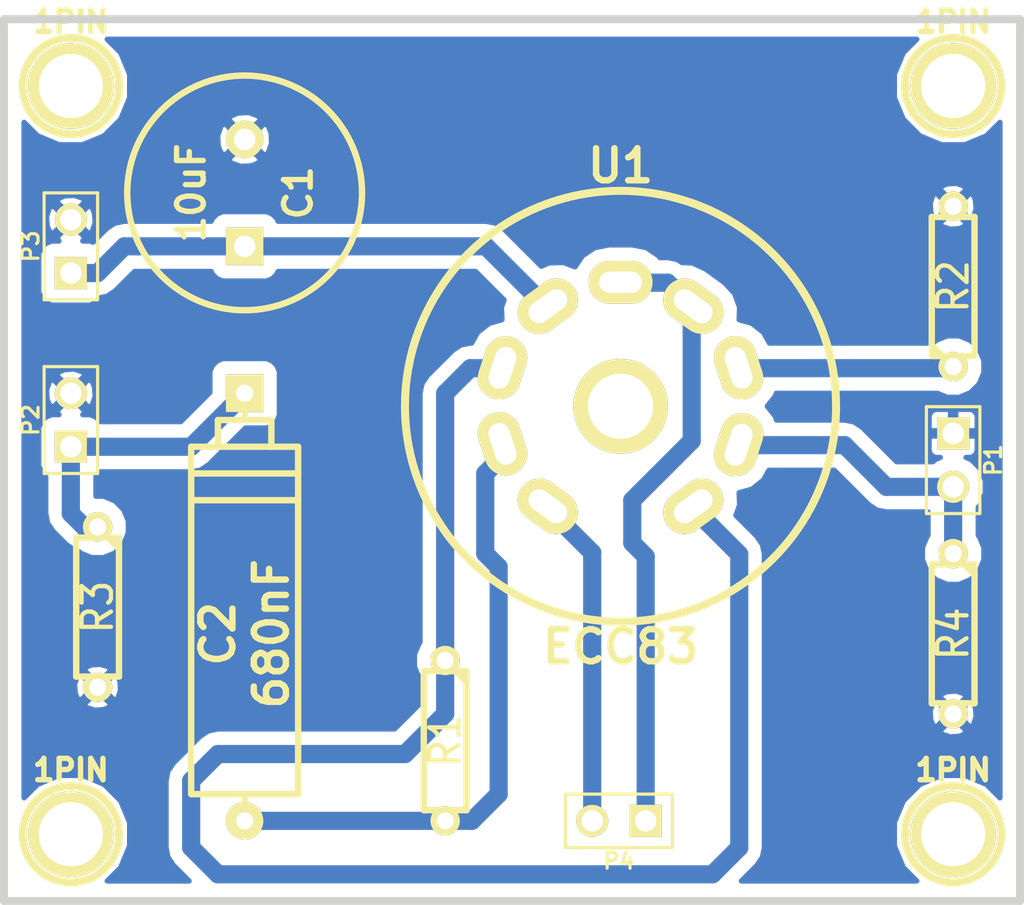
<source format=kicad_pcb>
(kicad_pcb (version 4) (host pcbnew "(2014-07-02 BZR 4969)-product")

  (general
    (links 20)
    (no_connects 0)
    (area 119.824499 90.614499 168.465501 132.905501)
    (thickness 1.6002)
    (drawings 4)
    (tracks 47)
    (zones 0)
    (modules 15)
    (nets 10)
  )

  (page A4)
  (layers
    (0 Dessus signal)
    (31 Dessous signal)
    (32 B.Adhes user)
    (33 F.Adhes user)
    (34 B.Paste user)
    (35 F.Paste user)
    (36 B.SilkS user)
    (37 F.SilkS user)
    (38 B.Mask user)
    (39 F.Mask user)
    (40 Dwgs.User user)
    (41 Cmts.User user)
    (42 Eco1.User user)
    (43 Eco2.User user)
    (44 Edge.Cuts user)
  )

  (setup
    (last_trace_width 0.8636)
    (user_trace_width 1)
    (user_trace_width 2)
    (user_trace_width 3)
    (trace_clearance 0.508)
    (zone_clearance 0.635)
    (zone_45_only no)
    (trace_min 0.154)
    (segment_width 0.381)
    (edge_width 0.381)
    (via_size 1.905)
    (via_drill 0.635)
    (via_min_size 0.889)
    (via_min_drill 0.508)
    (user_via 2 1)
    (user_via 3 2)
    (uvia_size 0.508)
    (uvia_drill 0.127)
    (uvias_allowed no)
    (uvia_min_size 0.508)
    (uvia_min_drill 0.127)
    (pcb_text_width 0.3048)
    (pcb_text_size 1.524 2.032)
    (mod_edge_width 0.381)
    (mod_text_size 1.524 1.524)
    (mod_text_width 0.3048)
    (pad_size 2.794 1.397)
    (pad_drill 1.9304)
    (pad_to_mask_clearance 0.254)
    (aux_axis_origin 0 0)
    (visible_elements 7FFFF7FF)
    (pcbplotparams
      (layerselection 0x00030_80000001)
      (usegerberextensions true)
      (excludeedgelayer true)
      (linewidth 0.150000)
      (plotframeref false)
      (viasonmask false)
      (mode 1)
      (useauxorigin false)
      (hpglpennumber 1)
      (hpglpenspeed 20)
      (hpglpendiameter 15)
      (hpglpenoverlay 2)
      (psnegative false)
      (psa4output false)
      (plotreference true)
      (plotvalue true)
      (plotinvisibletext false)
      (padsonsilk false)
      (subtractmaskfromsilk false)
      (outputformat 1)
      (mirror false)
      (drillshape 1)
      (scaleselection 1)
      (outputdirectory ""))
  )

  (net 0 "")
  (net 1 GND)
  (net 2 "Net-(C1-Pad1)")
  (net 3 "Net-(C2-Pad1)")
  (net 4 "Net-(C2-Pad2)")
  (net 5 "Net-(P1-Pad2)")
  (net 6 "Net-(P4-Pad1)")
  (net 7 "Net-(P4-Pad2)")
  (net 8 "Net-(R1-Pad1)")
  (net 9 "Net-(R2-Pad1)")

  (net_class Default "Ceci est la Netclass par défaut"
    (clearance 0.508)
    (trace_width 0.8636)
    (via_dia 1.905)
    (via_drill 0.635)
    (uvia_dia 0.508)
    (uvia_drill 0.127)
    (add_net GND)
    (add_net N-000007)
    (add_net "Net-(C1-Pad1)")
    (add_net "Net-(C2-Pad1)")
    (add_net "Net-(C2-Pad2)")
    (add_net "Net-(P1-Pad2)")
    (add_net "Net-(P4-Pad1)")
    (add_net "Net-(P4-Pad2)")
    (add_net "Net-(R1-Pad1)")
    (add_net "Net-(R2-Pad1)")
  )

  (module C2V10 (layer Dessus) (tedit 41854742) (tstamp 4549F4BE)
    (at 131.445 99.06 90)
    (descr "Condensateur polarise")
    (tags CP)
    (path /4549F4BE)
    (fp_text reference C1 (at 0 2.54 90) (layer F.SilkS)
      (effects (font (size 1.27 1.27) (thickness 0.254)))
    )
    (fp_text value 10uF (at 0 -2.54 90) (layer F.SilkS)
      (effects (font (size 1.27 1.27) (thickness 0.254)))
    )
    (fp_circle (center 0 0) (end 4.826 -2.794) (layer F.SilkS) (width 0.3048))
    (pad 1 thru_hole rect (at -2.54 0 90) (size 1.778 1.778) (drill 1.016) (layers *.Cu *.Mask F.SilkS)
      (net 2 "Net-(C1-Pad1)"))
    (pad 2 thru_hole circle (at 2.54 0 90) (size 1.778 1.778) (drill 1.016) (layers *.Cu *.Mask F.SilkS)
      (net 1 GND))
    (model discret/c_vert_c2v10.wrl
      (at (xyz 0 0 0))
      (scale (xyz 1 1 1))
      (rotate (xyz 0 0 0))
    )
  )

  (module R3 (layer Dessus) (tedit 200000) (tstamp 4549F38A)
    (at 140.97 125.095 270)
    (descr "Resitance 3 pas")
    (tags R)
    (path /4549F38A)
    (autoplace_cost180 10)
    (fp_text reference R1 (at 0 0 270) (layer F.SilkS)
      (effects (font (size 1.397 1.27) (thickness 0.2032)))
    )
    (fp_text value 1.5K (at 0 0 270) (layer F.SilkS) hide
      (effects (font (size 1.397 1.27) (thickness 0.2032)))
    )
    (fp_line (start -3.81 0) (end -3.302 0) (layer F.SilkS) (width 0.3048))
    (fp_line (start 3.81 0) (end 3.302 0) (layer F.SilkS) (width 0.3048))
    (fp_line (start 3.302 0) (end 3.302 -1.016) (layer F.SilkS) (width 0.3048))
    (fp_line (start 3.302 -1.016) (end -3.302 -1.016) (layer F.SilkS) (width 0.3048))
    (fp_line (start -3.302 -1.016) (end -3.302 1.016) (layer F.SilkS) (width 0.3048))
    (fp_line (start -3.302 1.016) (end 3.302 1.016) (layer F.SilkS) (width 0.3048))
    (fp_line (start 3.302 1.016) (end 3.302 0) (layer F.SilkS) (width 0.3048))
    (fp_line (start -3.302 -0.508) (end -2.794 -1.016) (layer F.SilkS) (width 0.3048))
    (pad 1 thru_hole circle (at -3.81 0 270) (size 1.397 1.397) (drill 0.8128) (layers *.Cu *.Mask F.SilkS)
      (net 8 "Net-(R1-Pad1)"))
    (pad 2 thru_hole circle (at 3.81 0 270) (size 1.397 1.397) (drill 0.8128) (layers *.Cu *.Mask F.SilkS)
      (net 4 "Net-(C2-Pad2)"))
    (model discret/resistor.wrl
      (at (xyz 0 0 0))
      (scale (xyz 0.3 0.3 0.3))
      (rotate (xyz 0 0 0))
    )
  )

  (module R3 (layer Dessus) (tedit 200000) (tstamp 4549F3AD)
    (at 124.46 118.745 270)
    (descr "Resitance 3 pas")
    (tags R)
    (path /4549F3AD)
    (autoplace_cost180 10)
    (fp_text reference R3 (at 0 0 270) (layer F.SilkS)
      (effects (font (size 1.397 1.27) (thickness 0.2032)))
    )
    (fp_text value 100K (at 0 0 270) (layer F.SilkS) hide
      (effects (font (size 1.397 1.27) (thickness 0.2032)))
    )
    (fp_line (start -3.81 0) (end -3.302 0) (layer F.SilkS) (width 0.3048))
    (fp_line (start 3.81 0) (end 3.302 0) (layer F.SilkS) (width 0.3048))
    (fp_line (start 3.302 0) (end 3.302 -1.016) (layer F.SilkS) (width 0.3048))
    (fp_line (start 3.302 -1.016) (end -3.302 -1.016) (layer F.SilkS) (width 0.3048))
    (fp_line (start -3.302 -1.016) (end -3.302 1.016) (layer F.SilkS) (width 0.3048))
    (fp_line (start -3.302 1.016) (end 3.302 1.016) (layer F.SilkS) (width 0.3048))
    (fp_line (start 3.302 1.016) (end 3.302 0) (layer F.SilkS) (width 0.3048))
    (fp_line (start -3.302 -0.508) (end -2.794 -1.016) (layer F.SilkS) (width 0.3048))
    (pad 1 thru_hole circle (at -3.81 0 270) (size 1.397 1.397) (drill 0.8128) (layers *.Cu *.Mask F.SilkS)
      (net 3 "Net-(C2-Pad1)"))
    (pad 2 thru_hole circle (at 3.81 0 270) (size 1.397 1.397) (drill 0.8128) (layers *.Cu *.Mask F.SilkS)
      (net 1 GND))
    (model discret/resistor.wrl
      (at (xyz 0 0 0))
      (scale (xyz 0.3 0.3 0.3))
      (rotate (xyz 0 0 0))
    )
  )

  (module R3 (layer Dessus) (tedit 200000) (tstamp 4549F3A2)
    (at 165.1 120.015 270)
    (descr "Resitance 3 pas")
    (tags R)
    (path /4549F3A2)
    (autoplace_cost180 10)
    (fp_text reference R4 (at 0 0 270) (layer F.SilkS)
      (effects (font (size 1.397 1.27) (thickness 0.2032)))
    )
    (fp_text value 47K (at 0 0 270) (layer F.SilkS) hide
      (effects (font (size 1.397 1.27) (thickness 0.2032)))
    )
    (fp_line (start -3.81 0) (end -3.302 0) (layer F.SilkS) (width 0.3048))
    (fp_line (start 3.81 0) (end 3.302 0) (layer F.SilkS) (width 0.3048))
    (fp_line (start 3.302 0) (end 3.302 -1.016) (layer F.SilkS) (width 0.3048))
    (fp_line (start 3.302 -1.016) (end -3.302 -1.016) (layer F.SilkS) (width 0.3048))
    (fp_line (start -3.302 -1.016) (end -3.302 1.016) (layer F.SilkS) (width 0.3048))
    (fp_line (start -3.302 1.016) (end 3.302 1.016) (layer F.SilkS) (width 0.3048))
    (fp_line (start 3.302 1.016) (end 3.302 0) (layer F.SilkS) (width 0.3048))
    (fp_line (start -3.302 -0.508) (end -2.794 -1.016) (layer F.SilkS) (width 0.3048))
    (pad 1 thru_hole circle (at -3.81 0 270) (size 1.397 1.397) (drill 0.8128) (layers *.Cu *.Mask F.SilkS)
      (net 5 "Net-(P1-Pad2)"))
    (pad 2 thru_hole circle (at 3.81 0 270) (size 1.397 1.397) (drill 0.8128) (layers *.Cu *.Mask F.SilkS)
      (net 1 GND))
    (model discret/resistor.wrl
      (at (xyz 0 0 0))
      (scale (xyz 0.3 0.3 0.3))
      (rotate (xyz 0 0 0))
    )
  )

  (module R3 (layer Dessus) (tedit 200000) (tstamp 4549F39D)
    (at 165.1 103.505 90)
    (descr "Resitance 3 pas")
    (tags R)
    (path /4549F39D)
    (autoplace_cost180 10)
    (fp_text reference R2 (at 0 0 90) (layer F.SilkS)
      (effects (font (size 1.397 1.27) (thickness 0.2032)))
    )
    (fp_text value 1.5K (at 0 0 90) (layer F.SilkS) hide
      (effects (font (size 1.397 1.27) (thickness 0.2032)))
    )
    (fp_line (start -3.81 0) (end -3.302 0) (layer F.SilkS) (width 0.3048))
    (fp_line (start 3.81 0) (end 3.302 0) (layer F.SilkS) (width 0.3048))
    (fp_line (start 3.302 0) (end 3.302 -1.016) (layer F.SilkS) (width 0.3048))
    (fp_line (start 3.302 -1.016) (end -3.302 -1.016) (layer F.SilkS) (width 0.3048))
    (fp_line (start -3.302 -1.016) (end -3.302 1.016) (layer F.SilkS) (width 0.3048))
    (fp_line (start -3.302 1.016) (end 3.302 1.016) (layer F.SilkS) (width 0.3048))
    (fp_line (start 3.302 1.016) (end 3.302 0) (layer F.SilkS) (width 0.3048))
    (fp_line (start -3.302 -0.508) (end -2.794 -1.016) (layer F.SilkS) (width 0.3048))
    (pad 1 thru_hole circle (at -3.81 0 90) (size 1.397 1.397) (drill 0.8128) (layers *.Cu *.Mask F.SilkS)
      (net 9 "Net-(R2-Pad1)"))
    (pad 2 thru_hole circle (at 3.81 0 90) (size 1.397 1.397) (drill 0.8128) (layers *.Cu *.Mask F.SilkS)
      (net 1 GND))
    (model discret/resistor.wrl
      (at (xyz 0 0 0))
      (scale (xyz 0.3 0.3 0.3))
      (rotate (xyz 0 0 0))
    )
  )

  (module 1pin (layer Dessus) (tedit 200000) (tstamp 454CC08A)
    (at 123.19 93.98)
    (descr "module 1 pin (ou trou mecanique de percage)")
    (tags DEV)
    (fp_text reference 1PIN (at 0 -3.048) (layer F.SilkS)
      (effects (font (size 1.016 1.016) (thickness 0.254)))
    )
    (fp_text value P*** (at 0 2.794) (layer F.SilkS) hide
      (effects (font (size 1.016 1.016) (thickness 0.254)))
    )
    (fp_circle (center 0 0) (end 0 -2.286) (layer F.SilkS) (width 0.381))
    (pad 1 thru_hole circle (at 0 0) (size 4.064 4.064) (drill 3.048) (layers *.Cu *.Mask F.SilkS))
  )

  (module 1pin (layer Dessus) (tedit 200000) (tstamp 454CC090)
    (at 165.1 93.98)
    (descr "module 1 pin (ou trou mecanique de percage)")
    (tags DEV)
    (fp_text reference 1PIN (at 0 -3.048) (layer F.SilkS)
      (effects (font (size 1.016 1.016) (thickness 0.254)))
    )
    (fp_text value GND (at 0 2.794) (layer F.SilkS) hide
      (effects (font (size 1.016 1.016) (thickness 0.254)))
    )
    (fp_circle (center 0 0) (end 0 -2.286) (layer F.SilkS) (width 0.381))
    (pad 1 thru_hole circle (at 0 0) (size 4.064 4.064) (drill 3.048) (layers *.Cu *.Mask F.SilkS))
  )

  (module 1pin (layer Dessus) (tedit 200000) (tstamp 454CC096)
    (at 165.1 129.54)
    (descr "module 1 pin (ou trou mecanique de percage)")
    (tags DEV)
    (fp_text reference 1PIN (at 0 -3.048) (layer F.SilkS)
      (effects (font (size 1.016 1.016) (thickness 0.254)))
    )
    (fp_text value P*** (at 0 2.794) (layer F.SilkS) hide
      (effects (font (size 1.016 1.016) (thickness 0.254)))
    )
    (fp_circle (center 0 0) (end 0 -2.286) (layer F.SilkS) (width 0.381))
    (pad 1 thru_hole circle (at 0 0) (size 4.064 4.064) (drill 3.048) (layers *.Cu *.Mask F.SilkS))
  )

  (module 1pin (layer Dessus) (tedit 200000) (tstamp 454CC09B)
    (at 123.19 129.54)
    (descr "module 1 pin (ou trou mecanique de percage)")
    (tags DEV)
    (fp_text reference 1PIN (at 0 -3.048) (layer F.SilkS)
      (effects (font (size 1.016 1.016) (thickness 0.254)))
    )
    (fp_text value P*** (at 0 2.794) (layer F.SilkS) hide
      (effects (font (size 1.016 1.016) (thickness 0.254)))
    )
    (fp_circle (center 0 0) (end 0 -2.286) (layer F.SilkS) (width 0.381))
    (pad 1 thru_hole circle (at 0 0) (size 4.064 4.064) (drill 3.048) (layers *.Cu *.Mask F.SilkS))
  )

  (module CP8 (layer Dessus) (tedit 200000) (tstamp 4549F3BE)
    (at 131.445 118.745 270)
    (descr "Condensateur polarise")
    (tags CP)
    (path /4549F3BE)
    (fp_text reference C2 (at 1.27 1.27 270) (layer F.SilkS)
      (effects (font (thickness 0.3048)))
    )
    (fp_text value 680nF (at 1.27 -1.27 270) (layer F.SilkS)
      (effects (font (thickness 0.3048)))
    )
    (fp_line (start -10.16 0) (end -8.89 0) (layer F.SilkS) (width 0.3048))
    (fp_line (start -7.62 1.27) (end -8.89 1.27) (layer F.SilkS) (width 0.3048))
    (fp_line (start -8.89 1.27) (end -8.89 -1.27) (layer F.SilkS) (width 0.3048))
    (fp_line (start -8.89 -1.27) (end -7.62 -1.27) (layer F.SilkS) (width 0.3048))
    (fp_line (start -7.62 2.54) (end -7.62 -2.54) (layer F.SilkS) (width 0.3048))
    (fp_line (start -7.62 -2.54) (end 8.89 -2.54) (layer F.SilkS) (width 0.3048))
    (fp_line (start 8.89 -2.54) (end 8.89 2.54) (layer F.SilkS) (width 0.3048))
    (fp_line (start 8.89 2.54) (end -7.62 2.54) (layer F.SilkS) (width 0.3048))
    (fp_line (start 8.89 0) (end 10.16 0) (layer F.SilkS) (width 0.3048))
    (fp_line (start -5.08 -2.54) (end -5.08 2.54) (layer F.SilkS) (width 0.3048))
    (fp_line (start -6.35 2.54) (end -6.35 -2.54) (layer F.SilkS) (width 0.3048))
    (pad 1 thru_hole rect (at -10.16 0 270) (size 1.778 1.778) (drill 0.8128) (layers *.Cu *.Mask F.SilkS)
      (net 3 "Net-(C2-Pad1)"))
    (pad 2 thru_hole circle (at 10.16 0 270) (size 1.778 1.778) (drill 0.8128) (layers *.Cu *.Mask F.SilkS)
      (net 4 "Net-(C2-Pad2)"))
    (model discret/c_pol.wrl
      (at (xyz 0 0 0))
      (scale (xyz 0.8 0.8 0.8))
      (rotate (xyz 0 0 0))
    )
  )

  (module ECC-83-2 (layer Dessus) (tedit 46F8A1CF) (tstamp 454A08DD)
    (at 149.3 109.2)
    (path /48B4F266)
    (fp_text reference U1 (at 0 -11.43) (layer F.SilkS)
      (effects (font (thickness 0.3048)))
    )
    (fp_text value ECC83 (at 0 11.43) (layer F.SilkS)
      (effects (font (thickness 0.3048)))
    )
    (fp_circle (center 0 0) (end 10.16 1.27) (layer F.SilkS) (width 0.381))
    (pad 1 thru_hole oval (at 3.4544 4.75488 306) (size 2.032 3.048) (drill oval 1.016 2.032) (layers *.Cu *.Mask F.SilkS)
      (net 8 "Net-(R1-Pad1)"))
    (pad 2 thru_hole oval (at 5.60832 1.8288 342) (size 2.032 3.048) (drill oval 1.016 2.032) (layers *.Cu *.Mask F.SilkS)
      (net 5 "Net-(P1-Pad2)"))
    (pad 3 thru_hole oval (at 5.60832 -1.8288 18) (size 2.032 3.048) (drill oval 1.016 2.032) (layers *.Cu *.Mask F.SilkS)
      (net 9 "Net-(R2-Pad1)"))
    (pad 4 thru_hole oval (at 3.4544 -4.75488 54) (size 2.032 3.048) (drill oval 1.016 2.032) (layers *.Cu *.Mask F.SilkS)
      (net 6 "Net-(P4-Pad1)"))
    (pad 5 thru_hole oval (at 0 -5.8928 90) (size 2.032 3.048) (drill oval 1.016 2.032) (layers *.Cu *.Mask F.SilkS)
      (net 6 "Net-(P4-Pad1)"))
    (pad 6 thru_hole oval (at -3.4544 -4.75488 306) (size 2.032 3.048) (drill oval 1.016 2.032) (layers *.Cu *.Mask F.SilkS)
      (net 2 "Net-(C1-Pad1)"))
    (pad 7 thru_hole oval (at -5.60832 -1.8288 342) (size 2.032 3.048) (drill oval 1.016 2.032) (layers *.Cu *.Mask F.SilkS)
      (net 8 "Net-(R1-Pad1)"))
    (pad 8 thru_hole oval (at -5.60832 1.78816 18) (size 2.032 3.048) (drill oval 1.016 2.032) (layers *.Cu *.Mask F.SilkS)
      (net 4 "Net-(C2-Pad2)"))
    (pad 9 thru_hole oval (at -3.4544 4.75488 54) (size 2.032 3.048) (drill oval 1.016 2.032) (layers *.Cu *.Mask F.SilkS)
      (net 7 "Net-(P4-Pad2)"))
    (pad 10 thru_hole circle (at 0 0) (size 4.50088 4.50088) (drill 3.0988) (layers *.Cu *.Mask F.SilkS))
    (model valves/ecc83.wrl
      (at (xyz 0 0 0))
      (scale (xyz 1 1 1))
      (rotate (xyz 0 0 0))
    )
  )

  (module PIN_ARRAY_2X1 (layer Dessus) (tedit 4565C520) (tstamp 456A8ACC)
    (at 149.225 128.905 180)
    (descr "Connecteurs 2 pins")
    (tags "CONN DEV")
    (path /456A8ACC)
    (fp_text reference P4 (at 0 -1.905 180) (layer F.SilkS)
      (effects (font (size 0.762 0.762) (thickness 0.1524)))
    )
    (fp_text value CONN_2 (at 0 -1.905 180) (layer F.SilkS) hide
      (effects (font (size 0.762 0.762) (thickness 0.1524)))
    )
    (fp_line (start -2.54 1.27) (end -2.54 -1.27) (layer F.SilkS) (width 0.1524))
    (fp_line (start -2.54 -1.27) (end 2.54 -1.27) (layer F.SilkS) (width 0.1524))
    (fp_line (start 2.54 -1.27) (end 2.54 1.27) (layer F.SilkS) (width 0.1524))
    (fp_line (start 2.54 1.27) (end -2.54 1.27) (layer F.SilkS) (width 0.1524))
    (pad 1 thru_hole rect (at -1.27 0 180) (size 1.524 1.524) (drill 1.016) (layers *.Cu *.Mask F.SilkS)
      (net 6 "Net-(P4-Pad1)"))
    (pad 2 thru_hole circle (at 1.27 0 180) (size 1.524 1.524) (drill 1.016) (layers *.Cu *.Mask F.SilkS)
      (net 7 "Net-(P4-Pad2)"))
    (model pin_array/pins_array_2x1.wrl
      (at (xyz 0 0 0))
      (scale (xyz 1 1 1))
      (rotate (xyz 0 0 0))
    )
  )

  (module PIN_ARRAY_2X1 (layer Dessus) (tedit 4565C520) (tstamp 4549F46C)
    (at 123.19 109.855 90)
    (descr "Connecteurs 2 pins")
    (tags "CONN DEV")
    (path /4549F46C)
    (fp_text reference P2 (at 0 -1.905 90) (layer F.SilkS)
      (effects (font (size 0.762 0.762) (thickness 0.1524)))
    )
    (fp_text value OUT (at 0 -1.905 90) (layer F.SilkS) hide
      (effects (font (size 0.762 0.762) (thickness 0.1524)))
    )
    (fp_line (start -2.54 1.27) (end -2.54 -1.27) (layer F.SilkS) (width 0.1524))
    (fp_line (start -2.54 -1.27) (end 2.54 -1.27) (layer F.SilkS) (width 0.1524))
    (fp_line (start 2.54 -1.27) (end 2.54 1.27) (layer F.SilkS) (width 0.1524))
    (fp_line (start 2.54 1.27) (end -2.54 1.27) (layer F.SilkS) (width 0.1524))
    (pad 1 thru_hole rect (at -1.27 0 90) (size 1.524 1.524) (drill 1.016) (layers *.Cu *.Mask F.SilkS)
      (net 3 "Net-(C2-Pad1)"))
    (pad 2 thru_hole circle (at 1.27 0 90) (size 1.524 1.524) (drill 1.016) (layers *.Cu *.Mask F.SilkS)
      (net 1 GND))
    (model pin_array/pins_array_2x1.wrl
      (at (xyz 0 0 0))
      (scale (xyz 1 1 1))
      (rotate (xyz 0 0 0))
    )
  )

  (module PIN_ARRAY_2X1 (layer Dessus) (tedit 4565C520) (tstamp 4549F464)
    (at 165.1 111.76 270)
    (descr "Connecteurs 2 pins")
    (tags "CONN DEV")
    (path /4549F464)
    (fp_text reference P1 (at 0 -1.905 270) (layer F.SilkS)
      (effects (font (size 0.762 0.762) (thickness 0.1524)))
    )
    (fp_text value IN (at 0 -1.905 270) (layer F.SilkS) hide
      (effects (font (size 0.762 0.762) (thickness 0.1524)))
    )
    (fp_line (start -2.54 1.27) (end -2.54 -1.27) (layer F.SilkS) (width 0.1524))
    (fp_line (start -2.54 -1.27) (end 2.54 -1.27) (layer F.SilkS) (width 0.1524))
    (fp_line (start 2.54 -1.27) (end 2.54 1.27) (layer F.SilkS) (width 0.1524))
    (fp_line (start 2.54 1.27) (end -2.54 1.27) (layer F.SilkS) (width 0.1524))
    (pad 1 thru_hole rect (at -1.27 0 270) (size 1.524 1.524) (drill 1.016) (layers *.Cu *.Mask F.SilkS)
      (net 1 GND))
    (pad 2 thru_hole circle (at 1.27 0 270) (size 1.524 1.524) (drill 1.016) (layers *.Cu *.Mask F.SilkS)
      (net 5 "Net-(P1-Pad2)"))
    (model pin_array/pins_array_2x1.wrl
      (at (xyz 0 0 0))
      (scale (xyz 1 1 1))
      (rotate (xyz 0 0 0))
    )
  )

  (module PIN_ARRAY_2X1 (layer Dessus) (tedit 4565C520) (tstamp 4549F4A5)
    (at 123.19 101.6 90)
    (descr "Connecteurs 2 pins")
    (tags "CONN DEV")
    (path /4549F4A5)
    (fp_text reference P3 (at 0 -1.905 90) (layer F.SilkS)
      (effects (font (size 0.762 0.762) (thickness 0.1524)))
    )
    (fp_text value POWER (at 0 -1.905 90) (layer F.SilkS) hide
      (effects (font (size 0.762 0.762) (thickness 0.1524)))
    )
    (fp_line (start -2.54 1.27) (end -2.54 -1.27) (layer F.SilkS) (width 0.1524))
    (fp_line (start -2.54 -1.27) (end 2.54 -1.27) (layer F.SilkS) (width 0.1524))
    (fp_line (start 2.54 -1.27) (end 2.54 1.27) (layer F.SilkS) (width 0.1524))
    (fp_line (start 2.54 1.27) (end -2.54 1.27) (layer F.SilkS) (width 0.1524))
    (pad 1 thru_hole rect (at -1.27 0 90) (size 1.524 1.524) (drill 1.016) (layers *.Cu *.Mask F.SilkS)
      (net 2 "Net-(C1-Pad1)"))
    (pad 2 thru_hole circle (at 1.27 0 90) (size 1.524 1.524) (drill 1.016) (layers *.Cu *.Mask F.SilkS)
      (net 1 GND))
    (model pin_array/pins_array_2x1.wrl
      (at (xyz 0 0 0))
      (scale (xyz 1 1 1))
      (rotate (xyz 0 0 0))
    )
  )

  (gr_line (start 168.275 132.715) (end 120.015 132.715) (angle 90) (layer Edge.Cuts) (width 0.381))
  (gr_line (start 168.275 90.805) (end 120.015 90.805) (angle 90) (layer Edge.Cuts) (width 0.381))
  (gr_line (start 168.275 90.805) (end 168.275 132.715) (angle 90) (layer Edge.Cuts) (width 0.381))
  (gr_line (start 120.015 90.805) (end 120.015 132.715) (angle 90) (layer Edge.Cuts) (width 0.381))

  (segment (start 165.1 123.825) (end 165.354 123.825) (width 0.8636) (layer Dessous) (net 1))
  (segment (start 124.46 102.87) (end 125.73 101.6) (width 0.8636) (layer Dessous) (net 2))
  (segment (start 131.445 101.6) (end 142.90548 101.6) (width 0.8636) (layer Dessous) (net 2) (status 800))
  (segment (start 142.90548 101.6) (end 145.7706 104.46512) (width 0.8636) (layer Dessous) (net 2) (status 400))
  (segment (start 123.19 102.87) (end 124.46 102.87) (width 0.8636) (layer Dessous) (net 2) (status 800))
  (segment (start 125.73 101.6) (end 131.445 101.6) (width 0.8636) (layer Dessous) (net 2) (status 400))
  (segment (start 128.905 111.125) (end 123.19 111.125) (width 0.8636) (layer Dessous) (net 3) (status 400))
  (segment (start 131.445 108.585) (end 128.905 111.125) (width 0.8636) (layer Dessous) (net 3) (status 800))
  (segment (start 123.825 114.935) (end 123.19 114.3) (width 0.8636) (layer Dessous) (net 3))
  (segment (start 123.19 114.3) (end 123.19 111.125) (width 0.8636) (layer Dessous) (net 3))
  (segment (start 124.46 114.935) (end 123.825 114.935) (width 0.8636) (layer Dessous) (net 3))
  (segment (start 131.445 128.905) (end 140.97 128.905) (width 0.8636) (layer Dessous) (net 4) (status C00))
  (segment (start 143.61668 111.00816) (end 143.61668 111.65332) (width 0.8636) (layer Dessous) (net 4) (status 800))
  (segment (start 143.51 127.635) (end 143.51 116.84) (width 0.8636) (layer Dessous) (net 4))
  (segment (start 142.24 128.905) (end 143.51 127.635) (width 0.8636) (layer Dessous) (net 4))
  (segment (start 140.97 128.905) (end 142.24 128.905) (width 0.8636) (layer Dessous) (net 4) (status 800))
  (segment (start 143.61668 111.65332) (end 142.875 112.395) (width 0.8636) (layer Dessous) (net 4))
  (segment (start 142.875 112.395) (end 142.875 116.205) (width 0.8636) (layer Dessous) (net 4))
  (segment (start 142.875 116.205) (end 143.51 116.84) (width 0.8636) (layer Dessous) (net 4))
  (segment (start 154.83332 111.0488) (end 159.9438 111.0488) (width 0.8636) (layer Dessous) (net 5) (status 800))
  (segment (start 165.1 113.03) (end 165.1 116.205) (width 0.8636) (layer Dessous) (net 5) (status C00))
  (segment (start 159.9438 111.0488) (end 161.925 113.03) (width 0.8636) (layer Dessous) (net 5))
  (segment (start 161.925 113.03) (end 165.1 113.03) (width 0.8636) (layer Dessous) (net 5) (status 400))
  (segment (start 150.495 128.905) (end 150.495 116.332) (width 0.8636) (layer Dessous) (net 6) (status 800))
  (segment (start 152.6794 104.46512) (end 152.6794 110.8456) (width 0.8636) (layer Dessous) (net 6) (status 800))
  (segment (start 151.54148 103.3272) (end 152.6794 104.46512) (width 0.8636) (layer Dessous) (net 6) (status 400))
  (segment (start 149.225 103.3272) (end 151.54148 103.3272) (width 0.8636) (layer Dessous) (net 6))
  (segment (start 149.86 113.665) (end 149.86 115.697) (width 0.8636) (layer Dessous) (net 6))
  (segment (start 149.86 115.697) (end 150.495 116.332) (width 0.8636) (layer Dessous) (net 6))
  (segment (start 152.6794 110.8456) (end 149.86 113.665) (width 0.8636) (layer Dessous) (net 6))
  (segment (start 147.955 116.15928) (end 145.7706 113.97488) (width 0.8636) (layer Dessous) (net 7) (status 400))
  (segment (start 147.955 128.905) (end 147.955 116.15928) (width 0.8636) (layer Dessous) (net 7) (status 800))
  (segment (start 140.97 123.825) (end 139.065 125.73) (width 0.8636) (layer Dessous) (net 8))
  (segment (start 139.065 125.73) (end 130.175 125.73) (width 0.8636) (layer Dessous) (net 8))
  (segment (start 130.175 125.73) (end 128.905 127) (width 0.8636) (layer Dessous) (net 8))
  (segment (start 143.61668 107.3912) (end 142.1638 107.3912) (width 0.8636) (layer Dessous) (net 8) (status 800))
  (segment (start 140.97 108.585) (end 140.97 121.285) (width 0.8636) (layer Dessous) (net 8) (status 400))
  (segment (start 142.1638 107.3912) (end 140.97 108.585) (width 0.8636) (layer Dessous) (net 8))
  (segment (start 140.97 121.285) (end 140.97 123.825) (width 0.8636) (layer Dessous) (net 8) (status 800))
  (segment (start 154.94 116.23548) (end 152.6794 113.97488) (width 0.8636) (layer Dessous) (net 8) (status 400))
  (segment (start 154.94 130.175) (end 154.94 116.23548) (width 0.8636) (layer Dessous) (net 8))
  (segment (start 128.905 127) (end 128.905 130.175) (width 0.8636) (layer Dessous) (net 8))
  (segment (start 128.905 130.175) (end 130.175 131.445) (width 0.8636) (layer Dessous) (net 8))
  (segment (start 130.175 131.445) (end 153.67 131.445) (width 0.8636) (layer Dessous) (net 8))
  (segment (start 153.67 131.445) (end 154.94 130.175) (width 0.8636) (layer Dessous) (net 8))
  (segment (start 165.0238 107.3912) (end 165.1 107.315) (width 0.8636) (layer Dessous) (net 9) (status 400))
  (segment (start 154.83332 107.3912) (end 165.0238 107.3912) (width 0.8636) (layer Dessous) (net 9) (status 800))

  (zone (net 1) (net_name GND) (layer Dessous) (tstamp 4EED96A1) (hatch edge 0.508)
    (connect_pads (clearance 0.635))
    (min_thickness 0.254)
    (fill yes (arc_segments 16) (thermal_gap 0.254) (thermal_bridge_width 0.50038))
    (polygon
      (pts
        (xy 167.64 132.08) (xy 167.64 91.44) (xy 120.65 91.44) (xy 120.65 132.08)
      )
    )
    (filled_polygon
      (pts
        (xy 167.3225 127.811617) (xy 166.68474 127.172743) (xy 166.192271 126.968252) (xy 166.192271 123.96054) (xy 166.160996 123.532229)
        (xy 166.057258 123.281783) (xy 165.892676 123.206541) (xy 165.718459 123.380758) (xy 165.718459 123.032324) (xy 165.643217 122.867742)
        (xy 165.23554 122.732729) (xy 164.807229 122.764004) (xy 164.556783 122.867742) (xy 164.481541 123.032324) (xy 165.1 123.650783)
        (xy 165.718459 123.032324) (xy 165.718459 123.380758) (xy 165.274217 123.825) (xy 165.892676 124.443459) (xy 166.057258 124.368217)
        (xy 166.192271 123.96054) (xy 166.192271 126.968252) (xy 165.718459 126.771508) (xy 165.718459 124.617676) (xy 165.1 123.999217)
        (xy 164.925783 124.173434) (xy 164.925783 123.825) (xy 164.307324 123.206541) (xy 164.142742 123.281783) (xy 164.007729 123.68946)
        (xy 164.039004 124.117771) (xy 164.142742 124.368217) (xy 164.307324 124.443459) (xy 164.925783 123.825) (xy 164.925783 124.173434)
        (xy 164.481541 124.617676) (xy 164.556783 124.782258) (xy 164.96446 124.917271) (xy 165.392771 124.885996) (xy 165.643217 124.782258)
        (xy 165.718459 124.617676) (xy 165.718459 126.771508) (xy 165.658199 126.746486) (xy 164.546677 126.745516) (xy 163.519394 127.169981)
        (xy 162.732743 127.95526) (xy 162.306486 128.981801) (xy 162.305516 130.093323) (xy 162.729981 131.120606) (xy 163.370755 131.7625)
        (xy 155.040788 131.7625) (xy 155.784144 131.019144) (xy 156.042927 130.631848) (xy 156.042927 130.631847) (xy 156.1338 130.175)
        (xy 156.1338 116.23548) (xy 156.042927 115.778633) (xy 156.042927 115.778632) (xy 155.784144 115.391336) (xy 154.780713 114.387905)
        (xy 154.957722 113.908101) (xy 154.934257 113.3109) (xy 155.544695 113.13874) (xy 156.089502 112.709248) (xy 156.350837 112.2426)
        (xy 159.449312 112.2426) (xy 161.080856 113.874144) (xy 161.468153 114.132927) (xy 161.925 114.2238) (xy 163.9062 114.2238)
        (xy 163.9062 115.333059) (xy 163.86257 115.376613) (xy 163.639754 115.913214) (xy 163.639247 116.494237) (xy 163.861126 117.031226)
        (xy 164.271613 117.44243) (xy 164.808214 117.665246) (xy 165.389237 117.665753) (xy 165.926226 117.443874) (xy 166.33743 117.033387)
        (xy 166.560246 116.496786) (xy 166.560753 115.915763) (xy 166.338874 115.378774) (xy 166.2938 115.333621) (xy 166.2938 113.991665)
        (xy 166.391231 113.894404) (xy 166.623735 113.334472) (xy 166.624264 112.728188) (xy 166.392738 112.167851) (xy 165.964404 111.738769)
        (xy 165.709683 111.633) (xy 165.786214 111.633) (xy 165.937785 111.633) (xy 166.077819 111.574996) (xy 166.184996 111.46782)
        (xy 166.243 111.327786) (xy 166.243 110.70844) (xy 166.243 110.27156) (xy 166.243 109.652214) (xy 166.184996 109.51218)
        (xy 166.077819 109.405004) (xy 165.937785 109.347) (xy 165.786214 109.347) (xy 165.31844 109.347) (xy 165.22319 109.44225)
        (xy 165.22319 110.36681) (xy 166.14775 110.36681) (xy 166.243 110.27156) (xy 166.243 110.70844) (xy 166.14775 110.61319)
        (xy 165.22319 110.61319) (xy 165.22319 110.63319) (xy 164.97681 110.63319) (xy 164.97681 110.61319) (xy 164.97681 110.36681)
        (xy 164.97681 109.44225) (xy 164.88156 109.347) (xy 164.413786 109.347) (xy 164.262215 109.347) (xy 164.122181 109.405004)
        (xy 164.015004 109.51218) (xy 163.957 109.652214) (xy 163.957 110.27156) (xy 164.05225 110.36681) (xy 164.97681 110.36681)
        (xy 164.97681 110.61319) (xy 164.05225 110.61319) (xy 163.957 110.70844) (xy 163.957 111.327786) (xy 164.015004 111.46782)
        (xy 164.122181 111.574996) (xy 164.262215 111.633) (xy 164.413786 111.633) (xy 164.490184 111.633) (xy 164.237851 111.737262)
        (xy 164.13874 111.8362) (xy 162.419488 111.8362) (xy 160.787944 110.204656) (xy 160.400648 109.945873) (xy 159.9438 109.855)
        (xy 156.708227 109.855) (xy 156.66335 109.695875) (xy 156.272432 109.2) (xy 156.66335 108.704125) (xy 156.696946 108.585)
        (xy 164.35005 108.585) (xy 164.808214 108.775246) (xy 165.389237 108.775753) (xy 165.926226 108.553874) (xy 166.33743 108.143387)
        (xy 166.560246 107.606786) (xy 166.560753 107.025763) (xy 166.338874 106.488774) (xy 166.192271 106.341914) (xy 166.192271 99.83054)
        (xy 166.160996 99.402229) (xy 166.057258 99.151783) (xy 165.892676 99.076541) (xy 165.718459 99.250758) (xy 165.718459 98.902324)
        (xy 165.643217 98.737742) (xy 165.23554 98.602729) (xy 164.807229 98.634004) (xy 164.556783 98.737742) (xy 164.481541 98.902324)
        (xy 165.1 99.520783) (xy 165.718459 98.902324) (xy 165.718459 99.250758) (xy 165.274217 99.695) (xy 165.892676 100.313459)
        (xy 166.057258 100.238217) (xy 166.192271 99.83054) (xy 166.192271 106.341914) (xy 165.928387 106.07757) (xy 165.718459 105.9904)
        (xy 165.718459 100.487676) (xy 165.1 99.869217) (xy 164.925783 100.043434) (xy 164.925783 99.695) (xy 164.307324 99.076541)
        (xy 164.142742 99.151783) (xy 164.007729 99.55946) (xy 164.039004 99.987771) (xy 164.142742 100.238217) (xy 164.307324 100.313459)
        (xy 164.925783 99.695) (xy 164.925783 100.043434) (xy 164.481541 100.487676) (xy 164.556783 100.652258) (xy 164.96446 100.787271)
        (xy 165.392771 100.755996) (xy 165.643217 100.652258) (xy 165.718459 100.487676) (xy 165.718459 105.9904) (xy 165.391786 105.854754)
        (xy 164.810763 105.854247) (xy 164.273774 106.076126) (xy 164.152288 106.1974) (xy 156.373238 106.1974) (xy 156.089502 105.690752)
        (xy 155.544695 105.26126) (xy 154.934257 105.089099) (xy 154.957722 104.491899) (xy 154.717607 103.841037) (xy 154.246695 103.331607)
        (xy 153.352271 102.681769) (xy 152.722255 102.391327) (xy 152.218734 102.371543) (xy 152.218733 102.371543) (xy 151.998328 102.224273)
        (xy 151.54148 102.1334) (xy 151.165771 102.1334) (xy 151.110021 102.049964) (xy 150.533196 101.664542) (xy 149.852785 101.5292)
        (xy 148.747215 101.5292) (xy 148.066804 101.664542) (xy 147.489979 102.049964) (xy 147.13985 102.573968) (xy 146.570951 102.364091)
        (xy 145.877744 102.391328) (xy 145.540546 102.546778) (xy 143.749624 100.755856) (xy 143.362328 100.497073) (xy 142.90548 100.4062)
        (xy 133.03253 100.4062) (xy 132.979992 100.279362) (xy 132.765638 100.065008) (xy 132.727151 100.049066) (xy 132.727151 96.701126)
        (xy 132.698867 96.196681) (xy 132.560239 95.862003) (xy 132.375891 95.763326) (xy 132.201674 95.937543) (xy 132.201674 95.589109)
        (xy 132.102997 95.404761) (xy 131.626126 95.237849) (xy 131.121681 95.266133) (xy 130.787003 95.404761) (xy 130.688326 95.589109)
        (xy 131.445 96.345783) (xy 132.201674 95.589109) (xy 132.201674 95.937543) (xy 131.619217 96.52) (xy 132.375891 97.276674)
        (xy 132.560239 97.177997) (xy 132.727151 96.701126) (xy 132.727151 100.049066) (xy 132.485571 99.949) (xy 132.201674 99.949)
        (xy 132.201674 97.450891) (xy 131.445 96.694217) (xy 131.270783 96.868434) (xy 131.270783 96.52) (xy 130.514109 95.763326)
        (xy 130.329761 95.862003) (xy 130.162849 96.338874) (xy 130.191133 96.843319) (xy 130.329761 97.177997) (xy 130.514109 97.276674)
        (xy 131.270783 96.52) (xy 131.270783 96.868434) (xy 130.688326 97.450891) (xy 130.787003 97.635239) (xy 131.263874 97.802151)
        (xy 131.768319 97.773867) (xy 132.102997 97.635239) (xy 132.201674 97.450891) (xy 132.201674 99.949) (xy 132.182429 99.949)
        (xy 130.404429 99.949) (xy 130.124362 100.065008) (xy 129.910008 100.279362) (xy 129.857469 100.4062) (xy 125.73 100.4062)
        (xy 125.273152 100.497073) (xy 124.885856 100.755856) (xy 124.345603 101.296108) (xy 124.345603 100.480745) (xy 124.315325 100.02704)
        (xy 124.19995 99.7485) (xy 124.028783 99.665433) (xy 123.854567 99.839649) (xy 123.854567 99.491217) (xy 123.7715 99.32005)
        (xy 123.340745 99.174397) (xy 122.88704 99.204675) (xy 122.6085 99.32005) (xy 122.525433 99.491217) (xy 123.19 100.155783)
        (xy 123.854567 99.491217) (xy 123.854567 99.839649) (xy 123.364217 100.33) (xy 124.028783 100.994567) (xy 124.19995 100.9115)
        (xy 124.345603 100.480745) (xy 124.345603 101.296108) (xy 124.239435 101.402276) (xy 124.103571 101.346) (xy 123.800429 101.346)
        (xy 123.756894 101.346) (xy 123.7715 101.33995) (xy 123.854567 101.168783) (xy 123.19 100.504217) (xy 123.015783 100.678433)
        (xy 123.015783 100.33) (xy 122.351217 99.665433) (xy 122.18005 99.7485) (xy 122.034397 100.179255) (xy 122.064675 100.63296)
        (xy 122.18005 100.9115) (xy 122.351217 100.994567) (xy 123.015783 100.33) (xy 123.015783 100.678433) (xy 122.525433 101.168783)
        (xy 122.6085 101.33995) (xy 122.626392 101.346) (xy 122.276429 101.346) (xy 121.996362 101.462008) (xy 121.782008 101.676362)
        (xy 121.666 101.956429) (xy 121.666 102.259571) (xy 121.666 103.783571) (xy 121.782008 104.063638) (xy 121.996362 104.277992)
        (xy 122.276429 104.394) (xy 122.579571 104.394) (xy 124.103571 104.394) (xy 124.383638 104.277992) (xy 124.597992 104.063638)
        (xy 124.610309 104.033901) (xy 124.916847 103.972927) (xy 124.916848 103.972927) (xy 125.304144 103.714144) (xy 126.224488 102.7938)
        (xy 129.857469 102.7938) (xy 129.910008 102.920638) (xy 130.124362 103.134992) (xy 130.404429 103.251) (xy 130.707571 103.251)
        (xy 132.485571 103.251) (xy 132.765638 103.134992) (xy 132.979992 102.920638) (xy 133.03253 102.7938) (xy 142.410992 102.7938)
        (xy 143.768082 104.15089) (xy 143.642278 104.4919) (xy 143.665741 105.089099) (xy 143.055305 105.261261) (xy 142.510498 105.690752)
        (xy 142.226761 106.1974) (xy 142.1638 106.1974) (xy 141.706952 106.288273) (xy 141.319656 106.547056) (xy 140.125856 107.740856)
        (xy 139.867073 108.128152) (xy 139.7762 108.585) (xy 139.7762 120.413059) (xy 139.73257 120.456613) (xy 139.509754 120.993214)
        (xy 139.509247 121.574237) (xy 139.731126 122.111226) (xy 139.7762 122.156378) (xy 139.7762 123.330512) (xy 138.570512 124.5362)
        (xy 133.096 124.5362) (xy 133.096 109.625571) (xy 133.096 109.322429) (xy 133.096 107.544429) (xy 132.979992 107.264362)
        (xy 132.765638 107.050008) (xy 132.485571 106.934) (xy 132.182429 106.934) (xy 130.404429 106.934) (xy 130.124362 107.050008)
        (xy 129.910008 107.264362) (xy 129.794 107.544429) (xy 129.794 107.847571) (xy 129.794 108.547712) (xy 128.410512 109.9312)
        (xy 124.59783 109.9312) (xy 124.383638 109.717008) (xy 124.345603 109.701253) (xy 124.345603 108.735745) (xy 124.315325 108.28204)
        (xy 124.19995 108.0035) (xy 124.028783 107.920433) (xy 123.854567 108.094649) (xy 123.854567 107.746217) (xy 123.7715 107.57505)
        (xy 123.340745 107.429397) (xy 122.88704 107.459675) (xy 122.6085 107.57505) (xy 122.525433 107.746217) (xy 123.19 108.410783)
        (xy 123.854567 107.746217) (xy 123.854567 108.094649) (xy 123.364217 108.585) (xy 124.028783 109.249567) (xy 124.19995 109.1665)
        (xy 124.345603 108.735745) (xy 124.345603 109.701253) (xy 124.103571 109.601) (xy 123.800429 109.601) (xy 123.756894 109.601)
        (xy 123.7715 109.59495) (xy 123.854567 109.423783) (xy 123.19 108.759217) (xy 123.015783 108.933433) (xy 123.015783 108.585)
        (xy 122.351217 107.920433) (xy 122.18005 108.0035) (xy 122.034397 108.434255) (xy 122.064675 108.88796) (xy 122.18005 109.1665)
        (xy 122.351217 109.249567) (xy 123.015783 108.585) (xy 123.015783 108.933433) (xy 122.525433 109.423783) (xy 122.6085 109.59495)
        (xy 122.626392 109.601) (xy 122.276429 109.601) (xy 121.996362 109.717008) (xy 121.782008 109.931362) (xy 121.666 110.211429)
        (xy 121.666 110.514571) (xy 121.666 112.038571) (xy 121.782008 112.318638) (xy 121.9962 112.53283) (xy 121.9962 114.3)
        (xy 122.087073 114.756848) (xy 122.345856 115.144144) (xy 122.980856 115.779144) (xy 123.368153 116.037927) (xy 123.529353 116.069991)
        (xy 123.631613 116.17243) (xy 124.168214 116.395246) (xy 124.749237 116.395753) (xy 125.286226 116.173874) (xy 125.69743 115.763387)
        (xy 125.920246 115.226786) (xy 125.920753 114.645763) (xy 125.698874 114.108774) (xy 125.288387 113.69757) (xy 124.751786 113.474754)
        (xy 124.3838 113.474432) (xy 124.3838 112.53283) (xy 124.59783 112.3188) (xy 128.905 112.3188) (xy 129.361847 112.227927)
        (xy 129.361848 112.227927) (xy 129.749144 111.969144) (xy 131.482288 110.236) (xy 132.485571 110.236) (xy 132.765638 110.119992)
        (xy 132.979992 109.905638) (xy 133.096 109.625571) (xy 133.096 124.5362) (xy 130.175 124.5362) (xy 129.718152 124.627073)
        (xy 129.330856 124.885856) (xy 128.060856 126.155856) (xy 127.802073 126.543152) (xy 127.7112 127) (xy 127.7112 130.175)
        (xy 127.802073 130.631848) (xy 128.060856 131.019144) (xy 128.804212 131.7625) (xy 124.918382 131.7625) (xy 125.557257 131.12474)
        (xy 125.983514 130.098199) (xy 125.984484 128.986677) (xy 125.560019 127.959394) (xy 125.552271 127.951632) (xy 125.552271 122.69054)
        (xy 125.520996 122.262229) (xy 125.417258 122.011783) (xy 125.252676 121.936541) (xy 125.078459 122.110758) (xy 125.078459 121.762324)
        (xy 125.003217 121.597742) (xy 124.59554 121.462729) (xy 124.167229 121.494004) (xy 123.916783 121.597742) (xy 123.841541 121.762324)
        (xy 124.46 122.380783) (xy 125.078459 121.762324) (xy 125.078459 122.110758) (xy 124.634217 122.555) (xy 125.252676 123.173459)
        (xy 125.417258 123.098217) (xy 125.552271 122.69054) (xy 125.552271 127.951632) (xy 125.078459 127.476992) (xy 125.078459 123.347676)
        (xy 124.46 122.729217) (xy 124.285783 122.903434) (xy 124.285783 122.555) (xy 123.667324 121.936541) (xy 123.502742 122.011783)
        (xy 123.367729 122.41946) (xy 123.399004 122.847771) (xy 123.502742 123.098217) (xy 123.667324 123.173459) (xy 124.285783 122.555)
        (xy 124.285783 122.903434) (xy 123.841541 123.347676) (xy 123.916783 123.512258) (xy 124.32446 123.647271) (xy 124.752771 123.615996)
        (xy 125.003217 123.512258) (xy 125.078459 123.347676) (xy 125.078459 127.476992) (xy 124.77474 127.172743) (xy 123.748199 126.746486)
        (xy 122.636677 126.745516) (xy 121.609394 127.169981) (xy 120.9675 127.810755) (xy 120.9675 95.708382) (xy 121.60526 96.347257)
        (xy 122.631801 96.773514) (xy 123.743323 96.774484) (xy 124.770606 96.350019) (xy 125.557257 95.56474) (xy 125.983514 94.538199)
        (xy 125.984484 93.426677) (xy 125.560019 92.399394) (xy 124.919244 91.7575) (xy 163.371617 91.7575) (xy 162.732743 92.39526)
        (xy 162.306486 93.421801) (xy 162.305516 94.533323) (xy 162.729981 95.560606) (xy 163.51526 96.347257) (xy 164.541801 96.773514)
        (xy 165.653323 96.774484) (xy 166.680606 96.350019) (xy 167.3225 95.709244) (xy 167.3225 127.811617)
      )
    )
  )
)

</source>
